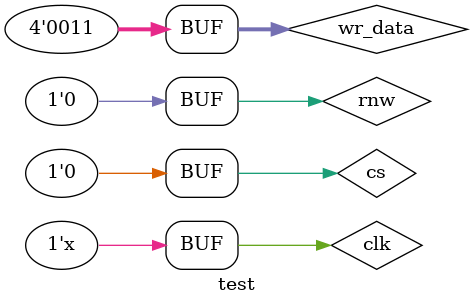
<source format=v>
`timescale 1ns / 1ns

module test ();
	reg cs,rnw;
	reg [3:0] wr_data;
	wire [3:0] rd_data;
	reg clk;
	wire valid,ready;

	always #10 clk =! clk;

	initial
	begin
		clk = 0;
		rnw     = 0;
		
		cs		= 1;
		wr_data = 7;
		#15
		
		cs = 0;
		#15
		
		cs = 1;
		wr_data = 6;	
		#15
		
		cs = 0;
		#15
		
		cs = 1;
		wr_data = 5;
		#15
		
		cs = 0;
		#15
		
		cs = 1;
		wr_data = 4;	
		#15
		
		cs = 0;
		#15
		
		cs = 1;
		wr_data = 3;
		#15
		
		cs = 0;
		#1000
		
		cs = 1;
		rnw = 1;
		#30;
		cs = 0;
		rnw = 0;
	end

	min_heap #(.data_wd(4), .capacity(8), .addr(3))
	test_heap(
		.clk(clk),
		.cs(cs),
		.rnw(rnw),
		.wr_data(wr_data),
		.rd_data(rd_data),
		.valid(valid),
		.ready(ready)
		);
		
endmodule
</source>
